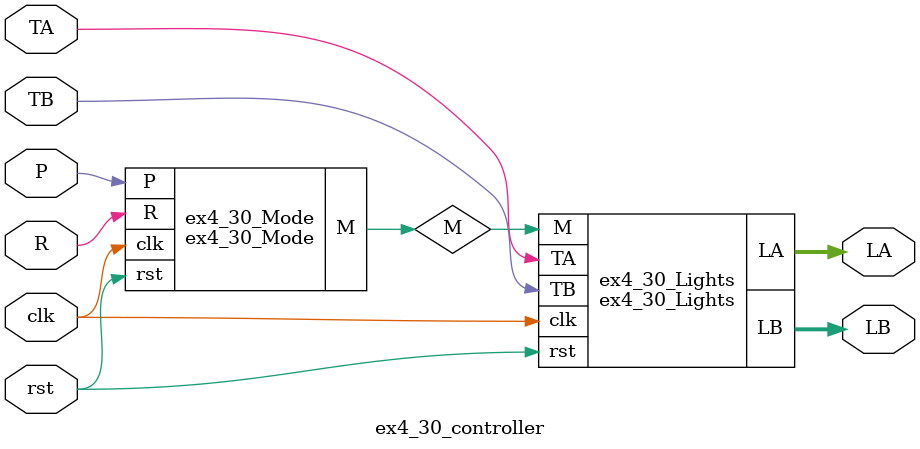
<source format=v>
module ex4_30_Mode (
	input clk, rst, P, R,
	output M);

       parameter S0 = 1'b0;
       parameter S1 = 1'b1;
       reg next_state, current_state;

       always @(posedge clk or posedge rst) begin
       	if (rst) 
       		current_state <= S0;
       		
       	else
       		current_state <= next_state;
       end

       always @(*) begin
       	case(current_state)
       		S0: if (P) 
       			    next_state=S1;
       			else 
       				next_state=S0;
       		S1: if (R) 
       			    next_state=S0;
       			else 
       				next_state=S1;       			
        endcase
       		
     
       end

       assign M = current_state==S0 ? 1'b0 : 1'b1;

endmodule       


module ex4_30_Lights (
	input clk, rst, M, TA, TB,
	output reg [1:0] LA, LB);  // 00 for green, 01 for yellow , 10 for red.

         parameter S0 = 2'b00;
         parameter S1 = 2'b01;
         parameter S2 = 2'b10;
         parameter S3 = 2'b11;
         reg [1:0] current_state, next_state;
         always @(posedge clk or posedge rst) begin
         	if (rst) 
         		current_state <= S0;
      
         	else 
         		current_state <= next_state;
         end

         always @(*) begin
         	case(current_state)
         		S0: if (TA) 
       			    next_state=S0;
       			else 
       				next_state=S1;

       		    S1: next_state=S2;

         		S2: if (TB|M) 
       			    next_state=S2;
       			else 
       				next_state=S3;

       		    S3: next_state=S0;
         	endcase
         	
         end

         always @(*) begin
         	case(current_state)
         		S0: {LA,LB}=4'b00_10;
         		S1: {LA,LB}=4'b01_10;
         		S2: {LA,LB}=4'b10_00;
         		S3: {LA,LB}=4'b10_01;
         		
         	endcase
         end
endmodule         


module ex4_30_controller (
	input clk, rst, TA, TB, P, R,
	output  [1:0] LA, LB); 

           wire M;
           ex4_30_Mode ex4_30_Mode(clk, rst, P, R, M);
           ex4_30_Lights ex4_30_Lights(clk, rst, M, TA, TB, LA, LB);
endmodule            
</source>
